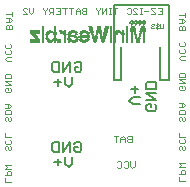
<source format=gbo>
G75*
%MOIN*%
%OFA0B0*%
%FSLAX24Y24*%
%IPPOS*%
%LPD*%
%AMOC8*
5,1,8,0,0,1.08239X$1,22.5*
%
%ADD10C,0.0020*%
%ADD11C,0.0040*%
%ADD12C,0.0060*%
%ADD13R,0.0042X0.0007*%
%ADD14R,0.0035X0.0007*%
%ADD15R,0.0028X0.0007*%
%ADD16R,0.0099X0.0007*%
%ADD17R,0.0106X0.0007*%
%ADD18R,0.0092X0.0007*%
%ADD19R,0.0120X0.0007*%
%ADD20R,0.0113X0.0007*%
%ADD21R,0.0085X0.0007*%
%ADD22R,0.0333X0.0007*%
%ADD23R,0.0099X0.0007*%
%ADD24R,0.0106X0.0007*%
%ADD25R,0.0092X0.0007*%
%ADD26R,0.0163X0.0007*%
%ADD27R,0.0149X0.0007*%
%ADD28R,0.0092X0.0007*%
%ADD29R,0.0127X0.0007*%
%ADD30R,0.0333X0.0007*%
%ADD31R,0.0099X0.0007*%
%ADD32R,0.0106X0.0007*%
%ADD33R,0.0092X0.0007*%
%ADD34R,0.0113X0.0007*%
%ADD35R,0.0191X0.0007*%
%ADD36R,0.0177X0.0007*%
%ADD37R,0.0092X0.0007*%
%ADD38R,0.0149X0.0007*%
%ADD39R,0.0333X0.0007*%
%ADD40R,0.0120X0.0007*%
%ADD41R,0.0212X0.0007*%
%ADD42R,0.0191X0.0007*%
%ADD43R,0.0092X0.0007*%
%ADD44R,0.0177X0.0007*%
%ADD45R,0.0120X0.0007*%
%ADD46R,0.0234X0.0007*%
%ADD47R,0.0205X0.0007*%
%ADD48R,0.0099X0.0007*%
%ADD49R,0.0120X0.0007*%
%ADD50R,0.0092X0.0007*%
%ADD51R,0.0113X0.0007*%
%ADD52R,0.0120X0.0007*%
%ADD53R,0.0255X0.0007*%
%ADD54R,0.0220X0.0007*%
%ADD55R,0.0092X0.0007*%
%ADD56R,0.0106X0.0007*%
%ADD57R,0.0198X0.0007*%
%ADD58R,0.0333X0.0007*%
%ADD59R,0.0135X0.0007*%
%ADD60R,0.0127X0.0007*%
%ADD61R,0.0269X0.0007*%
%ADD62R,0.0326X0.0007*%
%ADD63R,0.0212X0.0007*%
%ADD64R,0.0135X0.0007*%
%ADD65R,0.0127X0.0007*%
%ADD66R,0.0127X0.0007*%
%ADD67R,0.0283X0.0007*%
%ADD68R,0.0333X0.0007*%
%ADD69R,0.0227X0.0007*%
%ADD70R,0.0135X0.0007*%
%ADD71R,0.0127X0.0007*%
%ADD72R,0.0290X0.0007*%
%ADD73R,0.0333X0.0007*%
%ADD74R,0.0135X0.0007*%
%ADD75R,0.0297X0.0007*%
%ADD76R,0.0340X0.0007*%
%ADD77R,0.0149X0.0007*%
%ADD78R,0.0135X0.0007*%
%ADD79R,0.0142X0.0007*%
%ADD80R,0.0312X0.0007*%
%ADD81R,0.0156X0.0007*%
%ADD82R,0.0340X0.0007*%
%ADD83R,0.0142X0.0007*%
%ADD84R,0.0120X0.0007*%
%ADD85R,0.0142X0.0007*%
%ADD86R,0.0326X0.0007*%
%ADD87R,0.0149X0.0007*%
%ADD88R,0.0142X0.0007*%
%ADD89R,0.0106X0.0007*%
%ADD90R,0.0127X0.0007*%
%ADD91R,0.0135X0.0007*%
%ADD92R,0.0113X0.0007*%
%ADD93R,0.0163X0.0007*%
%ADD94R,0.0163X0.0007*%
%ADD95R,0.0156X0.0007*%
%ADD96R,0.0113X0.0007*%
%ADD97R,0.0120X0.0007*%
%ADD98R,0.0163X0.0007*%
%ADD99R,0.0163X0.0007*%
%ADD100R,0.0085X0.0007*%
%ADD101R,0.0170X0.0007*%
%ADD102R,0.0177X0.0007*%
%ADD103R,0.0085X0.0007*%
%ADD104R,0.0078X0.0007*%
%ADD105R,0.0177X0.0007*%
%ADD106R,0.0106X0.0007*%
%ADD107R,0.0113X0.0007*%
%ADD108R,0.0085X0.0007*%
%ADD109R,0.0177X0.0007*%
%ADD110R,0.0085X0.0007*%
%ADD111R,0.0177X0.0007*%
%ADD112R,0.0177X0.0007*%
%ADD113R,0.0099X0.0007*%
%ADD114R,0.0184X0.0007*%
%ADD115R,0.0099X0.0007*%
%ADD116R,0.0368X0.0007*%
%ADD117R,0.0191X0.0007*%
%ADD118R,0.0368X0.0007*%
%ADD119R,0.0163X0.0007*%
%ADD120R,0.0184X0.0007*%
%ADD121R,0.0368X0.0007*%
%ADD122R,0.0290X0.0007*%
%ADD123R,0.0113X0.0007*%
%ADD124R,0.0085X0.0007*%
%ADD125R,0.0368X0.0007*%
%ADD126R,0.0276X0.0007*%
%ADD127R,0.0361X0.0007*%
%ADD128R,0.0255X0.0007*%
%ADD129R,0.0085X0.0007*%
%ADD130R,0.0361X0.0007*%
%ADD131R,0.0220X0.0007*%
%ADD132R,0.0361X0.0007*%
%ADD133R,0.0099X0.0007*%
%ADD134R,0.0106X0.0007*%
%ADD135R,0.0106X0.0007*%
%ADD136R,0.0120X0.0007*%
%ADD137R,0.0219X0.0007*%
%ADD138R,0.0142X0.0007*%
%ADD139R,0.0219X0.0007*%
%ADD140R,0.0312X0.0007*%
%ADD141R,0.0219X0.0007*%
%ADD142R,0.0347X0.0007*%
%ADD143R,0.0312X0.0007*%
%ADD144R,0.0304X0.0007*%
%ADD145R,0.0340X0.0007*%
%ADD146R,0.0312X0.0007*%
%ADD147R,0.0234X0.0007*%
%ADD148R,0.0297X0.0007*%
%ADD149R,0.0219X0.0007*%
%ADD150R,0.0312X0.0007*%
%ADD151R,0.0227X0.0007*%
%ADD152R,0.0283X0.0007*%
%ADD153R,0.0290X0.0007*%
%ADD154R,0.0269X0.0007*%
%ADD155R,0.0205X0.0007*%
%ADD156R,0.0184X0.0007*%
%ADD157R,0.0255X0.0007*%
%ADD158R,0.0198X0.0007*%
%ADD159R,0.0191X0.0007*%
%ADD160R,0.0184X0.0007*%
%ADD161R,0.0241X0.0007*%
%ADD162R,0.0255X0.0007*%
%ADD163R,0.0191X0.0007*%
%ADD164R,0.0198X0.0007*%
%ADD165R,0.0184X0.0007*%
%ADD166R,0.0234X0.0007*%
%ADD167R,0.0212X0.0007*%
%ADD168R,0.0184X0.0007*%
%ADD169R,0.0170X0.0007*%
%ADD170R,0.0170X0.0007*%
%ADD171R,0.0156X0.0007*%
%ADD172R,0.0035X0.0007*%
%ADD173R,0.0170X0.0007*%
%ADD174R,0.0042X0.0007*%
%ADD175R,0.0064X0.0007*%
%ADD176R,0.0028X0.0007*%
%ADD177R,0.0035X0.0007*%
%ADD178R,0.0156X0.0007*%
%ADD179R,0.0177X0.0007*%
%ADD180R,0.0170X0.0007*%
%ADD181R,0.0028X0.0007*%
%ADD182R,0.0028X0.0007*%
%ADD183R,0.0057X0.0007*%
%ADD184R,0.0057X0.0007*%
%ADD185R,0.0042X0.0007*%
%ADD186R,0.0043X0.0007*%
%ADD187R,0.0050X0.0007*%
%ADD188R,0.0050X0.0007*%
%ADD189R,0.0043X0.0007*%
%ADD190R,0.0043X0.0007*%
%ADD191R,0.0035X0.0007*%
%ADD192R,0.0035X0.0007*%
%ADD193R,0.0078X0.0007*%
%ADD194R,0.0064X0.0007*%
%ADD195C,0.0080*%
%ADD196C,0.0010*%
D10*
X005967Y001979D02*
X005967Y002199D01*
X005894Y002199D02*
X006041Y002199D01*
X006115Y002126D02*
X006115Y001979D01*
X006115Y002089D02*
X006262Y002089D01*
X006262Y002126D02*
X006262Y001979D01*
X006336Y002016D02*
X006336Y002052D01*
X006372Y002089D01*
X006483Y002089D01*
X006483Y001979D02*
X006483Y002199D01*
X006372Y002199D01*
X006336Y002162D01*
X006336Y002126D01*
X006372Y002089D01*
X006336Y002016D02*
X006372Y001979D01*
X006483Y001979D01*
X006262Y002126D02*
X006188Y002199D01*
X006115Y002126D01*
X006106Y001353D02*
X006033Y001353D01*
X005996Y001316D01*
X006106Y001353D02*
X006143Y001316D01*
X006143Y001169D01*
X006106Y001132D01*
X006033Y001132D01*
X005996Y001169D01*
X006217Y001169D02*
X006254Y001132D01*
X006327Y001132D01*
X006364Y001169D01*
X006364Y001316D01*
X006327Y001353D01*
X006254Y001353D01*
X006217Y001316D01*
X006438Y001353D02*
X006438Y001206D01*
X006511Y001132D01*
X006585Y001206D01*
X006585Y001353D01*
D11*
X002278Y000795D02*
X002278Y000661D01*
X002479Y000661D01*
X002479Y000882D02*
X002278Y000882D01*
X002345Y000882D02*
X002345Y000982D01*
X002378Y001016D01*
X002445Y001016D01*
X002479Y000982D01*
X002479Y000882D01*
X002479Y001103D02*
X002278Y001103D01*
X002345Y001170D01*
X002278Y001237D01*
X002479Y001237D01*
X002437Y001713D02*
X002404Y001713D01*
X002371Y001746D01*
X002371Y001813D01*
X002337Y001846D01*
X002304Y001846D01*
X002270Y001813D01*
X002270Y001746D01*
X002304Y001713D01*
X002437Y001713D02*
X002471Y001746D01*
X002471Y001813D01*
X002437Y001846D01*
X002437Y001934D02*
X002304Y001934D01*
X002270Y001967D01*
X002270Y002034D01*
X002304Y002067D01*
X002270Y002155D02*
X002270Y002288D01*
X002270Y002155D02*
X002471Y002155D01*
X002437Y002067D02*
X002471Y002034D01*
X002471Y001967D01*
X002437Y001934D01*
X002441Y002693D02*
X002408Y002693D01*
X002374Y002726D01*
X002374Y002793D01*
X002341Y002826D01*
X002308Y002826D01*
X002274Y002793D01*
X002274Y002726D01*
X002308Y002693D01*
X002441Y002693D02*
X002475Y002726D01*
X002475Y002793D01*
X002441Y002826D01*
X002475Y002914D02*
X002274Y002914D01*
X002274Y003014D01*
X002308Y003047D01*
X002441Y003047D01*
X002475Y003014D01*
X002475Y002914D01*
X002408Y003135D02*
X002274Y003135D01*
X002374Y003135D02*
X002374Y003268D01*
X002408Y003268D02*
X002274Y003268D01*
X002408Y003268D02*
X002475Y003202D01*
X002408Y003135D01*
X002445Y003669D02*
X002312Y003669D01*
X002278Y003703D01*
X002278Y003769D01*
X002312Y003803D01*
X002378Y003803D01*
X002378Y003736D01*
X002445Y003803D02*
X002479Y003769D01*
X002479Y003703D01*
X002445Y003669D01*
X002479Y003890D02*
X002278Y003890D01*
X002278Y004024D02*
X002479Y003890D01*
X002479Y004024D02*
X002278Y004024D01*
X002278Y004111D02*
X002278Y004211D01*
X002312Y004245D01*
X002445Y004245D01*
X002479Y004211D01*
X002479Y004111D01*
X002278Y004111D01*
X002345Y004689D02*
X002278Y004756D01*
X002345Y004822D01*
X002479Y004822D01*
X002479Y004689D02*
X002345Y004689D01*
X002312Y004910D02*
X002278Y004943D01*
X002278Y005010D01*
X002312Y005043D01*
X002312Y005131D02*
X002278Y005164D01*
X002278Y005231D01*
X002312Y005264D01*
X002445Y005264D02*
X002479Y005231D01*
X002479Y005164D01*
X002445Y005131D01*
X002312Y005131D01*
X002445Y005043D02*
X002479Y005010D01*
X002479Y004943D01*
X002445Y004910D01*
X002312Y004910D01*
X002298Y005758D02*
X002298Y005858D01*
X002331Y005891D01*
X002365Y005891D01*
X002398Y005858D01*
X002398Y005758D01*
X002398Y005858D02*
X002431Y005891D01*
X002465Y005891D01*
X002498Y005858D01*
X002498Y005758D01*
X002298Y005758D01*
X002298Y005979D02*
X002431Y005979D01*
X002498Y006046D01*
X002431Y006112D01*
X002298Y006112D01*
X002398Y006112D02*
X002398Y005979D01*
X002498Y006200D02*
X002498Y006333D01*
X002498Y006267D02*
X002298Y006267D01*
X002856Y006243D02*
X002990Y006243D01*
X002856Y006376D01*
X002856Y006410D01*
X002890Y006443D01*
X002956Y006443D01*
X002990Y006410D01*
X003077Y006443D02*
X003077Y006310D01*
X003144Y006243D01*
X003211Y006310D01*
X003211Y006443D01*
X003519Y006443D02*
X003519Y006410D01*
X003586Y006343D01*
X003586Y006243D01*
X003586Y006343D02*
X003653Y006410D01*
X003653Y006443D01*
X003740Y006410D02*
X003740Y006343D01*
X003774Y006310D01*
X003874Y006310D01*
X003807Y006310D02*
X003740Y006243D01*
X003874Y006243D02*
X003874Y006443D01*
X003774Y006443D01*
X003740Y006410D01*
X003961Y006443D02*
X004095Y006443D01*
X004095Y006243D01*
X003961Y006243D01*
X004028Y006343D02*
X004095Y006343D01*
X004249Y006243D02*
X004249Y006443D01*
X004316Y006443D02*
X004182Y006443D01*
X004403Y006443D02*
X004537Y006443D01*
X004470Y006443D02*
X004470Y006243D01*
X004624Y006243D02*
X004624Y006376D01*
X004691Y006443D01*
X004758Y006376D01*
X004758Y006243D01*
X004845Y006276D02*
X004879Y006243D01*
X004979Y006243D01*
X004979Y006443D01*
X004879Y006443D01*
X004845Y006410D01*
X004845Y006376D01*
X004879Y006343D01*
X004979Y006343D01*
X004879Y006343D02*
X004845Y006310D01*
X004845Y006276D01*
X004758Y006343D02*
X004624Y006343D01*
X005287Y006410D02*
X005287Y006443D01*
X005287Y006410D02*
X005354Y006343D01*
X005354Y006243D01*
X005354Y006343D02*
X005421Y006410D01*
X005421Y006443D01*
X005508Y006443D02*
X005508Y006243D01*
X005642Y006443D01*
X005642Y006243D01*
X005722Y006243D02*
X005789Y006243D01*
X005756Y006243D02*
X005756Y006443D01*
X005789Y006443D02*
X005722Y006443D01*
X005877Y006443D02*
X006010Y006443D01*
X005943Y006443D02*
X005943Y006243D01*
X006319Y006276D02*
X006352Y006243D01*
X006419Y006243D01*
X006452Y006276D01*
X006452Y006410D01*
X006419Y006443D01*
X006352Y006443D01*
X006319Y006410D01*
X006540Y006410D02*
X006573Y006443D01*
X006640Y006443D01*
X006673Y006410D01*
X006754Y006443D02*
X006820Y006443D01*
X006787Y006443D02*
X006787Y006243D01*
X006820Y006243D02*
X006754Y006243D01*
X006673Y006243D02*
X006540Y006376D01*
X006540Y006410D01*
X006540Y006243D02*
X006673Y006243D01*
X006908Y006343D02*
X007041Y006343D01*
X007129Y006410D02*
X007262Y006276D01*
X007262Y006243D01*
X007129Y006243D01*
X007129Y006410D02*
X007129Y006443D01*
X007262Y006443D01*
X007350Y006443D02*
X007483Y006443D01*
X007483Y006243D01*
X007350Y006243D01*
X007417Y006343D02*
X007483Y006343D01*
X008058Y006241D02*
X008258Y006241D01*
X008258Y006174D02*
X008258Y006308D01*
X008191Y006087D02*
X008058Y006087D01*
X008158Y006087D02*
X008158Y005953D01*
X008191Y005953D02*
X008258Y006020D01*
X008191Y006087D01*
X008191Y005953D02*
X008058Y005953D01*
X008091Y005866D02*
X008058Y005832D01*
X008058Y005732D01*
X008258Y005732D01*
X008258Y005832D01*
X008225Y005866D01*
X008191Y005866D01*
X008158Y005832D01*
X008158Y005732D01*
X008158Y005832D02*
X008125Y005866D01*
X008091Y005866D01*
X008091Y005312D02*
X008058Y005278D01*
X008058Y005211D01*
X008091Y005178D01*
X008225Y005178D01*
X008258Y005211D01*
X008258Y005278D01*
X008225Y005312D01*
X008225Y005091D02*
X008258Y005057D01*
X008258Y004991D01*
X008225Y004957D01*
X008091Y004957D01*
X008058Y004991D01*
X008058Y005057D01*
X008091Y005091D01*
X008125Y004870D02*
X008258Y004870D01*
X008125Y004870D02*
X008058Y004803D01*
X008125Y004736D01*
X008258Y004736D01*
X008233Y004308D02*
X008099Y004308D01*
X008066Y004274D01*
X008066Y004174D01*
X008266Y004174D01*
X008266Y004274D01*
X008233Y004308D01*
X008266Y004087D02*
X008066Y004087D01*
X008266Y003953D01*
X008066Y003953D01*
X008099Y003866D02*
X008166Y003866D01*
X008166Y003799D01*
X008233Y003866D02*
X008266Y003832D01*
X008266Y003766D01*
X008233Y003732D01*
X008099Y003732D01*
X008066Y003766D01*
X008066Y003832D01*
X008099Y003866D01*
X008054Y003276D02*
X008187Y003276D01*
X008254Y003209D01*
X008187Y003143D01*
X008054Y003143D01*
X008087Y003055D02*
X008221Y003055D01*
X008254Y003022D01*
X008254Y002922D01*
X008054Y002922D01*
X008054Y003022D01*
X008087Y003055D01*
X008154Y003143D02*
X008154Y003276D01*
X008121Y002834D02*
X008087Y002834D01*
X008054Y002801D01*
X008054Y002734D01*
X008087Y002701D01*
X008154Y002734D02*
X008154Y002801D01*
X008121Y002834D01*
X008221Y002834D02*
X008254Y002801D01*
X008254Y002734D01*
X008221Y002701D01*
X008187Y002701D01*
X008154Y002734D01*
X008058Y002308D02*
X008058Y002174D01*
X008258Y002174D01*
X008225Y002087D02*
X008258Y002053D01*
X008258Y001987D01*
X008225Y001953D01*
X008091Y001953D01*
X008058Y001987D01*
X008058Y002053D01*
X008091Y002087D01*
X008091Y001866D02*
X008058Y001832D01*
X008058Y001766D01*
X008091Y001732D01*
X008158Y001766D02*
X008158Y001832D01*
X008125Y001866D01*
X008091Y001866D01*
X008158Y001766D02*
X008191Y001732D01*
X008225Y001732D01*
X008258Y001766D01*
X008258Y001832D01*
X008225Y001866D01*
X008258Y001280D02*
X008058Y001280D01*
X008125Y001213D01*
X008058Y001147D01*
X008258Y001147D01*
X008225Y001059D02*
X008158Y001059D01*
X008125Y001026D01*
X008125Y000926D01*
X008058Y000926D02*
X008258Y000926D01*
X008258Y001026D01*
X008225Y001059D01*
X008058Y000838D02*
X008058Y000705D01*
X008258Y000705D01*
D12*
X007252Y003037D02*
X007025Y003037D01*
X006968Y003094D01*
X006968Y003207D01*
X007025Y003264D01*
X007138Y003264D01*
X007138Y003150D01*
X007252Y003037D02*
X007308Y003094D01*
X007308Y003207D01*
X007252Y003264D01*
X007308Y003405D02*
X006968Y003632D01*
X007308Y003632D01*
X007308Y003774D02*
X007308Y003944D01*
X007252Y004000D01*
X007025Y004000D01*
X006968Y003944D01*
X006968Y003774D01*
X007308Y003774D01*
X007308Y003405D02*
X006968Y003405D01*
X006753Y003487D02*
X006527Y003487D01*
X006413Y003374D01*
X006527Y003261D01*
X006753Y003261D01*
X006583Y003629D02*
X006583Y003856D01*
X006470Y003742D02*
X006697Y003742D01*
X004810Y004387D02*
X004754Y004330D01*
X004640Y004330D01*
X004583Y004387D01*
X004583Y004501D01*
X004697Y004501D01*
X004810Y004614D02*
X004810Y004387D01*
X004810Y004614D02*
X004754Y004671D01*
X004640Y004671D01*
X004583Y004614D01*
X004442Y004671D02*
X004215Y004330D01*
X004215Y004671D01*
X004074Y004671D02*
X003903Y004671D01*
X003847Y004614D01*
X003847Y004387D01*
X003903Y004330D01*
X004074Y004330D01*
X004074Y004671D01*
X004442Y004671D02*
X004442Y004330D01*
X004500Y004159D02*
X004500Y003932D01*
X004387Y003819D01*
X004273Y003932D01*
X004273Y004159D01*
X004018Y004102D02*
X004018Y003875D01*
X003905Y003989D02*
X004132Y003989D01*
X004070Y001994D02*
X003900Y001994D01*
X003843Y001937D01*
X003843Y001710D01*
X003900Y001653D01*
X004070Y001653D01*
X004070Y001994D01*
X004211Y001994D02*
X004211Y001653D01*
X004438Y001994D01*
X004438Y001653D01*
X004579Y001710D02*
X004579Y001823D01*
X004693Y001823D01*
X004806Y001710D02*
X004806Y001937D01*
X004750Y001994D01*
X004636Y001994D01*
X004579Y001937D01*
X004579Y001710D02*
X004636Y001653D01*
X004750Y001653D01*
X004806Y001710D01*
X004500Y001494D02*
X004500Y001267D01*
X004387Y001153D01*
X004273Y001267D01*
X004273Y001494D01*
X004132Y001323D02*
X003905Y001323D01*
X004018Y001210D02*
X004018Y001437D01*
D13*
X004907Y005292D03*
X006444Y005943D03*
X006458Y005986D03*
X006529Y005943D03*
X006529Y005936D03*
X006578Y005943D03*
X006592Y005986D03*
X006663Y005943D03*
X006663Y005936D03*
X006713Y005943D03*
X006727Y005986D03*
X006862Y005986D03*
X006932Y005943D03*
X006932Y005936D03*
X006890Y005886D03*
X006755Y005886D03*
X006621Y005886D03*
X006486Y005886D03*
D14*
X006893Y006035D03*
X004578Y005292D03*
D15*
X004107Y005695D03*
X003781Y005292D03*
D16*
X003781Y005299D03*
X003668Y005447D03*
X003668Y005462D03*
X003668Y005497D03*
X003668Y005511D03*
X003675Y005561D03*
X003526Y005561D03*
X003526Y005547D03*
X003526Y005511D03*
X003526Y005497D03*
X003526Y005462D03*
X003526Y005447D03*
X003526Y005412D03*
X003526Y005398D03*
X003526Y005370D03*
X003526Y005348D03*
X003526Y005320D03*
X003526Y005299D03*
X003937Y005547D03*
X004263Y005511D03*
X004263Y005497D03*
X004263Y005462D03*
X004263Y005447D03*
X004263Y005412D03*
X004263Y005398D03*
X004263Y005370D03*
X004263Y005348D03*
X004263Y005320D03*
X004263Y005299D03*
X004411Y005447D03*
X004411Y005462D03*
X004411Y005561D03*
X004411Y005589D03*
X004638Y005589D03*
X004787Y005547D03*
X004801Y005589D03*
X004645Y005447D03*
X004787Y005412D03*
X004794Y005398D03*
X005035Y005412D03*
X005190Y005511D03*
X005197Y005497D03*
X005183Y005547D03*
X005176Y005561D03*
X005169Y005589D03*
X005042Y005561D03*
X005042Y005547D03*
X005318Y005547D03*
X005332Y005610D03*
X005580Y005497D03*
X005523Y005299D03*
X005254Y005299D03*
X005948Y005299D03*
X005948Y005320D03*
X005948Y005348D03*
X005948Y005370D03*
X005948Y005398D03*
X005948Y005412D03*
X005948Y005447D03*
X005948Y005462D03*
X005948Y005497D03*
X005948Y005511D03*
X005948Y005547D03*
X005948Y005561D03*
X006196Y005561D03*
X006196Y005547D03*
X006345Y005547D03*
X006345Y005561D03*
X006345Y005589D03*
X006345Y005610D03*
X006345Y005639D03*
X006345Y005660D03*
X006345Y005738D03*
X006345Y005766D03*
X006345Y005787D03*
X006345Y005816D03*
X006493Y005639D03*
X006493Y005610D03*
X006493Y005589D03*
X006493Y005561D03*
X006493Y005547D03*
X006493Y005511D03*
X006493Y005497D03*
X006493Y005462D03*
X006493Y005447D03*
X006493Y005412D03*
X006493Y005398D03*
X006493Y005370D03*
X006493Y005348D03*
X006493Y005320D03*
X006493Y005299D03*
X006345Y005299D03*
X006345Y005320D03*
X006345Y005348D03*
X006345Y005370D03*
X006345Y005398D03*
X006345Y005412D03*
X006345Y005447D03*
X006345Y005462D03*
X006345Y005497D03*
X006345Y005511D03*
X006897Y005511D03*
X006897Y005497D03*
X006897Y005462D03*
X006897Y005447D03*
X006897Y005412D03*
X006897Y005398D03*
X006897Y005370D03*
X006897Y005348D03*
X006897Y005320D03*
X006897Y005299D03*
X006897Y005547D03*
X006897Y005561D03*
X006897Y005589D03*
X006897Y005610D03*
X006897Y005639D03*
X003526Y005639D03*
X003526Y005660D03*
X003526Y005610D03*
X003526Y005589D03*
X003526Y005738D03*
X003526Y005766D03*
X003526Y005787D03*
X003526Y005816D03*
D17*
X003934Y005561D03*
X003934Y005412D03*
X004082Y005398D03*
X004082Y005370D03*
X004082Y005348D03*
X004082Y005320D03*
X004082Y005299D03*
X004415Y005412D03*
X004415Y005547D03*
X004146Y005660D03*
X003679Y005412D03*
X005031Y005398D03*
X005031Y005589D03*
X005166Y005610D03*
X005159Y005639D03*
X005151Y005660D03*
X005130Y005738D03*
X005123Y005766D03*
X005116Y005787D03*
X005109Y005816D03*
X005633Y005688D03*
X005626Y005660D03*
X005619Y005639D03*
X005612Y005610D03*
X005605Y005589D03*
X005598Y005561D03*
X005583Y005511D03*
X005959Y005589D03*
X006695Y005299D03*
D18*
X006745Y005447D03*
X006759Y005497D03*
X006759Y005511D03*
X006631Y005497D03*
X006603Y005610D03*
X006596Y005639D03*
X006780Y005589D03*
X006787Y005610D03*
X006794Y005639D03*
X006759Y005915D03*
X006893Y005915D03*
X006490Y005915D03*
X006199Y005660D03*
X006199Y005639D03*
X006199Y005511D03*
X006199Y005497D03*
X006199Y005462D03*
X006199Y005447D03*
X006199Y005412D03*
X006199Y005398D03*
X006199Y005370D03*
X006199Y005348D03*
X006199Y005320D03*
X006199Y005299D03*
X005803Y005299D03*
X005803Y005320D03*
X005803Y005348D03*
X005803Y005370D03*
X005803Y005398D03*
X005803Y005412D03*
X005803Y005447D03*
X005803Y005462D03*
X005803Y005497D03*
X005803Y005511D03*
X005803Y005547D03*
X005803Y005561D03*
X005803Y005589D03*
X005803Y005610D03*
X005803Y005639D03*
X005803Y005660D03*
X005803Y005738D03*
X005803Y005766D03*
X005803Y005787D03*
X005803Y005816D03*
X005449Y005589D03*
X005456Y005561D03*
X005470Y005497D03*
X005321Y005561D03*
X005329Y005589D03*
X005307Y005511D03*
X005307Y005497D03*
X005045Y005447D03*
X004790Y005561D03*
X004649Y005561D03*
X004266Y005639D03*
X004266Y005660D03*
X003941Y005660D03*
X003941Y005639D03*
X003941Y005688D03*
X003941Y005738D03*
X003941Y005766D03*
X003941Y005787D03*
X003941Y005816D03*
X003941Y005511D03*
X003941Y005497D03*
X003941Y005462D03*
X003941Y005447D03*
X003941Y005348D03*
X003941Y005320D03*
X003941Y005299D03*
D19*
X003926Y005398D03*
X003926Y005589D03*
X004153Y005639D03*
X004911Y005688D03*
X005010Y005610D03*
X004911Y005299D03*
X003225Y005547D03*
D20*
X003257Y005511D03*
X003314Y005447D03*
X003356Y005398D03*
X003689Y005398D03*
X003689Y005589D03*
X004419Y005398D03*
X004581Y005299D03*
X004645Y005370D03*
X004631Y005462D03*
X004624Y005610D03*
X005254Y005320D03*
X005523Y005320D03*
X005651Y005766D03*
X005658Y005787D03*
X005665Y005816D03*
X006189Y005589D03*
D21*
X006621Y005547D03*
X006628Y005511D03*
X006769Y005547D03*
X004404Y005299D03*
D22*
X003275Y005299D03*
X003275Y005320D03*
X003275Y005348D03*
X003275Y005370D03*
D23*
X003526Y005355D03*
X003526Y005306D03*
X003526Y005405D03*
X003526Y005455D03*
X003526Y005504D03*
X003526Y005554D03*
X003526Y005603D03*
X003526Y005653D03*
X003675Y005554D03*
X003668Y005504D03*
X003668Y005455D03*
X003937Y005554D03*
X004263Y005504D03*
X004263Y005455D03*
X004263Y005405D03*
X004263Y005355D03*
X004263Y005306D03*
X004411Y005455D03*
X004411Y005554D03*
X004631Y005603D03*
X004787Y005554D03*
X004794Y005405D03*
X005035Y005405D03*
X005042Y005554D03*
X005169Y005603D03*
X005183Y005554D03*
X005155Y005653D03*
X005254Y005306D03*
X005523Y005306D03*
X005580Y005504D03*
X005594Y005554D03*
X005608Y005603D03*
X005948Y005554D03*
X005948Y005504D03*
X005948Y005455D03*
X005948Y005405D03*
X005948Y005355D03*
X005948Y005306D03*
X006196Y005554D03*
X006345Y005554D03*
X006345Y005603D03*
X006345Y005653D03*
X006493Y005603D03*
X006493Y005554D03*
X006493Y005504D03*
X006493Y005455D03*
X006493Y005405D03*
X006493Y005355D03*
X006493Y005306D03*
X006345Y005306D03*
X006345Y005355D03*
X006345Y005405D03*
X006345Y005455D03*
X006345Y005504D03*
X006345Y005773D03*
X006345Y005823D03*
X006897Y005603D03*
X006897Y005554D03*
X006897Y005504D03*
X006897Y005455D03*
X006897Y005405D03*
X006897Y005355D03*
X006897Y005306D03*
X003526Y005773D03*
X003526Y005823D03*
D24*
X003686Y005405D03*
X004082Y005355D03*
X004082Y005306D03*
X004415Y005405D03*
X004642Y005455D03*
X004812Y005603D03*
X005123Y005773D03*
X005619Y005653D03*
X005654Y005773D03*
X006695Y005306D03*
X004422Y005603D03*
D25*
X004266Y005653D03*
X003941Y005653D03*
X003941Y005773D03*
X003941Y005823D03*
X003941Y005504D03*
X003941Y005455D03*
X003941Y005306D03*
X005307Y005504D03*
X005321Y005554D03*
X005329Y005603D03*
X005456Y005554D03*
X005803Y005554D03*
X005803Y005603D03*
X005803Y005653D03*
X005803Y005773D03*
X005803Y005823D03*
X006199Y005653D03*
X006199Y005504D03*
X006199Y005455D03*
X006199Y005405D03*
X006199Y005355D03*
X006199Y005306D03*
X005803Y005306D03*
X005803Y005355D03*
X005803Y005405D03*
X005803Y005455D03*
X005803Y005504D03*
X006603Y005603D03*
X006617Y005554D03*
X006759Y005504D03*
X006745Y005455D03*
X006787Y005603D03*
D26*
X006525Y005773D03*
X004911Y005306D03*
D27*
X004578Y005306D03*
D28*
X004656Y005405D03*
X004408Y005306D03*
X005194Y005504D03*
X006773Y005554D03*
D29*
X005389Y005773D03*
X005254Y005355D03*
X003781Y005306D03*
D30*
X003820Y005355D03*
X003275Y005355D03*
X003275Y005306D03*
D31*
X003526Y005313D03*
X003526Y005327D03*
X003526Y005341D03*
X003526Y005362D03*
X003526Y005377D03*
X003526Y005391D03*
X003526Y005419D03*
X003526Y005426D03*
X003526Y005440D03*
X003526Y005469D03*
X003526Y005483D03*
X003526Y005490D03*
X003526Y005518D03*
X003526Y005532D03*
X003526Y005540D03*
X003526Y005568D03*
X003526Y005582D03*
X003526Y005596D03*
X003526Y005617D03*
X003526Y005632D03*
X003526Y005646D03*
X003526Y005667D03*
X003526Y005681D03*
X003526Y005731D03*
X003526Y005745D03*
X003526Y005759D03*
X003526Y005780D03*
X003526Y005794D03*
X003526Y005809D03*
X003668Y005540D03*
X003668Y005532D03*
X003668Y005518D03*
X003668Y005490D03*
X003668Y005483D03*
X003668Y005469D03*
X003675Y005426D03*
X003937Y005426D03*
X003937Y005440D03*
X003937Y005540D03*
X004142Y005667D03*
X004263Y005540D03*
X004263Y005532D03*
X004263Y005518D03*
X004263Y005490D03*
X004263Y005483D03*
X004263Y005469D03*
X004263Y005440D03*
X004263Y005426D03*
X004263Y005419D03*
X004263Y005391D03*
X004263Y005377D03*
X004263Y005362D03*
X004263Y005341D03*
X004263Y005327D03*
X004263Y005313D03*
X004411Y005419D03*
X004411Y005426D03*
X004411Y005440D03*
X004411Y005469D03*
X004411Y005568D03*
X004411Y005582D03*
X004419Y005596D03*
X004638Y005596D03*
X004787Y005540D03*
X004652Y005426D03*
X004652Y005391D03*
X005042Y005419D03*
X005042Y005426D03*
X005042Y005568D03*
X005162Y005617D03*
X005162Y005632D03*
X005155Y005646D03*
X005148Y005681D03*
X005141Y005709D03*
X005134Y005731D03*
X005127Y005759D03*
X005120Y005780D03*
X005113Y005809D03*
X005169Y005596D03*
X005176Y005582D03*
X005176Y005568D03*
X005183Y005540D03*
X005190Y005518D03*
X005197Y005490D03*
X005304Y005490D03*
X005311Y005518D03*
X005573Y005483D03*
X005587Y005532D03*
X005601Y005582D03*
X005615Y005632D03*
X005948Y005540D03*
X005948Y005532D03*
X005948Y005518D03*
X005948Y005490D03*
X005948Y005483D03*
X005948Y005469D03*
X005948Y005440D03*
X005948Y005426D03*
X005948Y005419D03*
X005948Y005391D03*
X005948Y005377D03*
X005948Y005362D03*
X005948Y005341D03*
X005948Y005327D03*
X005948Y005313D03*
X006196Y005540D03*
X006345Y005540D03*
X006345Y005532D03*
X006345Y005518D03*
X006345Y005490D03*
X006345Y005483D03*
X006345Y005469D03*
X006345Y005440D03*
X006345Y005426D03*
X006345Y005419D03*
X006345Y005391D03*
X006345Y005377D03*
X006345Y005362D03*
X006345Y005341D03*
X006345Y005327D03*
X006345Y005313D03*
X006493Y005313D03*
X006493Y005327D03*
X006493Y005341D03*
X006493Y005362D03*
X006493Y005377D03*
X006493Y005391D03*
X006493Y005419D03*
X006493Y005426D03*
X006493Y005440D03*
X006493Y005469D03*
X006493Y005483D03*
X006493Y005490D03*
X006493Y005518D03*
X006493Y005532D03*
X006493Y005540D03*
X006493Y005568D03*
X006493Y005582D03*
X006493Y005596D03*
X006493Y005617D03*
X006493Y005632D03*
X006493Y005646D03*
X006345Y005646D03*
X006345Y005632D03*
X006345Y005617D03*
X006345Y005596D03*
X006345Y005582D03*
X006345Y005568D03*
X006345Y005667D03*
X006345Y005681D03*
X006345Y005731D03*
X006345Y005745D03*
X006345Y005759D03*
X006345Y005780D03*
X006345Y005794D03*
X006345Y005809D03*
X006897Y005646D03*
X006897Y005632D03*
X006897Y005617D03*
X006897Y005596D03*
X006897Y005582D03*
X006897Y005568D03*
X006897Y005540D03*
X006897Y005532D03*
X006897Y005518D03*
X006897Y005490D03*
X006897Y005483D03*
X006897Y005469D03*
X006897Y005440D03*
X006897Y005426D03*
X006897Y005419D03*
X006897Y005391D03*
X006897Y005377D03*
X006897Y005362D03*
X006897Y005341D03*
X006897Y005327D03*
X006897Y005313D03*
D32*
X006695Y005313D03*
X006192Y005568D03*
X005952Y005568D03*
X005952Y005582D03*
X005626Y005667D03*
X005626Y005681D03*
X005633Y005695D03*
X005619Y005646D03*
X005612Y005617D03*
X005605Y005596D03*
X005598Y005568D03*
X005583Y005518D03*
X005576Y005490D03*
X005527Y005313D03*
X005024Y005391D03*
X005031Y005582D03*
X005024Y005596D03*
X005151Y005667D03*
X005137Y005717D03*
X005130Y005745D03*
X005116Y005794D03*
X004797Y005391D03*
X004649Y005377D03*
X004082Y005377D03*
X004082Y005391D03*
X004082Y005362D03*
X004082Y005341D03*
X004082Y005327D03*
X004082Y005313D03*
X003934Y005419D03*
X003934Y005568D03*
X003686Y005582D03*
X003679Y005568D03*
X003679Y005419D03*
X005647Y005745D03*
X005654Y005780D03*
X005661Y005809D03*
D33*
X005803Y005809D03*
X005803Y005794D03*
X005803Y005780D03*
X005803Y005759D03*
X005803Y005745D03*
X005803Y005731D03*
X005803Y005681D03*
X005803Y005667D03*
X005803Y005646D03*
X005803Y005632D03*
X005803Y005617D03*
X005803Y005596D03*
X005803Y005582D03*
X005803Y005568D03*
X005803Y005540D03*
X005803Y005532D03*
X005803Y005518D03*
X005803Y005490D03*
X005803Y005483D03*
X005803Y005469D03*
X005803Y005440D03*
X005803Y005426D03*
X005803Y005419D03*
X005803Y005391D03*
X005803Y005377D03*
X005803Y005362D03*
X005803Y005341D03*
X005803Y005327D03*
X005803Y005313D03*
X006199Y005313D03*
X006199Y005327D03*
X006199Y005341D03*
X006199Y005362D03*
X006199Y005377D03*
X006199Y005391D03*
X006199Y005419D03*
X006199Y005426D03*
X006199Y005440D03*
X006199Y005469D03*
X006199Y005483D03*
X006199Y005490D03*
X006199Y005518D03*
X006199Y005532D03*
X006199Y005632D03*
X006199Y005646D03*
X006199Y005667D03*
X006199Y005681D03*
X006596Y005632D03*
X006610Y005582D03*
X006766Y005540D03*
X006766Y005532D03*
X006752Y005483D03*
X006780Y005582D03*
X006780Y005596D03*
X006787Y005617D03*
X006794Y005632D03*
X006794Y005646D03*
X005463Y005532D03*
X005456Y005568D03*
X005449Y005582D03*
X005449Y005596D03*
X005336Y005617D03*
X005336Y005632D03*
X005329Y005596D03*
X005329Y005582D03*
X005321Y005568D03*
X005314Y005540D03*
X005314Y005532D03*
X005300Y005483D03*
X005201Y005483D03*
X005187Y005532D03*
X005045Y005440D03*
X004783Y005532D03*
X004790Y005568D03*
X004797Y005582D03*
X004642Y005582D03*
X004649Y005440D03*
X004266Y005646D03*
X004266Y005667D03*
X004266Y005681D03*
X003941Y005681D03*
X003941Y005667D03*
X003941Y005646D03*
X003941Y005632D03*
X003941Y005695D03*
X003941Y005709D03*
X003941Y005717D03*
X003941Y005731D03*
X003941Y005745D03*
X003941Y005759D03*
X003941Y005780D03*
X003941Y005794D03*
X003941Y005809D03*
X003941Y005532D03*
X003941Y005518D03*
X003941Y005490D03*
X003941Y005483D03*
X003941Y005469D03*
X003941Y005341D03*
X003941Y005327D03*
X003941Y005313D03*
D34*
X003930Y005582D03*
X004419Y005540D03*
X005254Y005327D03*
X005254Y005313D03*
X005523Y005327D03*
X005962Y005596D03*
X006189Y005582D03*
X005651Y005759D03*
X005658Y005794D03*
X003364Y005391D03*
X003335Y005426D03*
X003208Y005568D03*
D35*
X003778Y005327D03*
X004564Y005490D03*
X004911Y005313D03*
X005251Y005469D03*
X005527Y005469D03*
X006539Y005667D03*
X006851Y005667D03*
X006851Y005681D03*
D36*
X006858Y005731D03*
X006858Y005745D03*
X006695Y005426D03*
X006695Y005419D03*
X005527Y005440D03*
X004578Y005313D03*
D37*
X004656Y005419D03*
X004408Y005483D03*
X004408Y005490D03*
X004408Y005327D03*
X004408Y005313D03*
X003771Y005681D03*
X005442Y005632D03*
X005442Y005617D03*
X006773Y005568D03*
D38*
X006695Y005391D03*
X006695Y005377D03*
X005527Y005391D03*
X005251Y005391D03*
X003912Y005377D03*
X003778Y005313D03*
X003771Y005667D03*
D39*
X003820Y005362D03*
X003275Y005362D03*
X003275Y005341D03*
X003275Y005327D03*
X003275Y005313D03*
X006079Y005617D03*
D40*
X006695Y005320D03*
X004819Y005610D03*
X004429Y005610D03*
X003346Y005412D03*
X003303Y005462D03*
X003211Y005561D03*
X003190Y005589D03*
D41*
X004914Y005320D03*
D42*
X004578Y005320D03*
X005251Y005462D03*
X005385Y005639D03*
X006539Y005660D03*
X006851Y005688D03*
D43*
X006773Y005561D03*
X006624Y005915D03*
X005442Y005610D03*
X004656Y005412D03*
X004656Y005398D03*
X004408Y005320D03*
D44*
X003778Y005320D03*
X003771Y005660D03*
X005251Y005447D03*
X006030Y005660D03*
D45*
X005527Y005341D03*
X004422Y005391D03*
X003693Y005391D03*
X003693Y005596D03*
X003339Y005419D03*
X003296Y005469D03*
X003254Y005518D03*
X003240Y005532D03*
X003197Y005582D03*
X006695Y005327D03*
D46*
X004911Y005327D03*
X003771Y005632D03*
D47*
X004578Y005327D03*
D48*
X004652Y005384D03*
X004652Y005433D03*
X004794Y005575D03*
X005035Y005575D03*
X005162Y005624D03*
X005176Y005575D03*
X005190Y005525D03*
X005148Y005674D03*
X005141Y005702D03*
X005134Y005724D03*
X005127Y005752D03*
X005601Y005575D03*
X005587Y005525D03*
X005948Y005525D03*
X005948Y005476D03*
X005948Y005433D03*
X005948Y005384D03*
X005948Y005334D03*
X006345Y005334D03*
X006345Y005384D03*
X006345Y005433D03*
X006345Y005476D03*
X006345Y005525D03*
X006345Y005575D03*
X006345Y005624D03*
X006345Y005674D03*
X006345Y005752D03*
X006345Y005802D03*
X006493Y005624D03*
X006493Y005575D03*
X006493Y005525D03*
X006493Y005476D03*
X006493Y005433D03*
X006493Y005384D03*
X006493Y005334D03*
X006897Y005334D03*
X006897Y005384D03*
X006897Y005433D03*
X006897Y005476D03*
X006897Y005525D03*
X006897Y005575D03*
X006897Y005624D03*
X005042Y005433D03*
X004411Y005433D03*
X004411Y005575D03*
X004263Y005525D03*
X004263Y005476D03*
X004263Y005433D03*
X004263Y005384D03*
X004263Y005334D03*
X003937Y005433D03*
X003675Y005433D03*
X003668Y005476D03*
X003668Y005525D03*
X003526Y005525D03*
X003526Y005476D03*
X003526Y005433D03*
X003526Y005384D03*
X003526Y005334D03*
X003526Y005575D03*
X003526Y005624D03*
X003526Y005674D03*
X003526Y005752D03*
X003526Y005802D03*
D49*
X003247Y005525D03*
X003289Y005476D03*
X003700Y005384D03*
X006695Y005334D03*
D50*
X006752Y005476D03*
X006766Y005525D03*
X006780Y005575D03*
X006787Y005624D03*
X006610Y005575D03*
X006199Y005624D03*
X006199Y005674D03*
X006199Y005525D03*
X006199Y005476D03*
X006199Y005433D03*
X006199Y005384D03*
X006199Y005334D03*
X005803Y005334D03*
X005803Y005384D03*
X005803Y005433D03*
X005803Y005476D03*
X005803Y005525D03*
X005803Y005575D03*
X005803Y005624D03*
X005803Y005674D03*
X005803Y005752D03*
X005803Y005802D03*
X005463Y005525D03*
X005314Y005525D03*
X005321Y005575D03*
X005336Y005624D03*
X004642Y005575D03*
X004266Y005674D03*
X004139Y005674D03*
X003941Y005674D03*
X003941Y005702D03*
X003941Y005724D03*
X003941Y005752D03*
X003941Y005802D03*
X003941Y005525D03*
X003941Y005476D03*
X003941Y005334D03*
X006490Y005993D03*
X006759Y005993D03*
X006893Y005993D03*
D51*
X005523Y005334D03*
X005020Y005384D03*
X003930Y005575D03*
X003201Y005575D03*
D52*
X004252Y005575D03*
X005251Y005334D03*
D53*
X004914Y005334D03*
D54*
X004578Y005334D03*
D55*
X004408Y005334D03*
X004408Y005476D03*
X005442Y005624D03*
X006624Y005525D03*
X006624Y005993D03*
D56*
X006192Y005575D03*
X005952Y005575D03*
X005626Y005674D03*
X005633Y005702D03*
X005647Y005752D03*
X005661Y005802D03*
X005612Y005624D03*
X005116Y005802D03*
X004082Y005384D03*
X004082Y005334D03*
X003679Y005575D03*
D57*
X003774Y005334D03*
D58*
X003820Y005624D03*
X003275Y005334D03*
D59*
X004429Y005532D03*
X006695Y005362D03*
X006695Y005341D03*
D60*
X006182Y005596D03*
X005389Y005780D03*
X005254Y005341D03*
X004617Y005469D03*
X003923Y005391D03*
X003923Y005596D03*
D61*
X004525Y005646D03*
X004914Y005341D03*
D62*
X004525Y005341D03*
D63*
X003774Y005341D03*
D64*
X006695Y005348D03*
D65*
X005523Y005348D03*
D66*
X005254Y005348D03*
X005389Y005766D03*
X005389Y005787D03*
D67*
X004914Y005348D03*
X004525Y005639D03*
D68*
X004528Y005348D03*
D69*
X004914Y005660D03*
X003774Y005348D03*
D70*
X006695Y005355D03*
D71*
X005523Y005355D03*
X003703Y005603D03*
D72*
X004911Y005355D03*
D73*
X004528Y005355D03*
D74*
X004245Y005582D03*
X003707Y005377D03*
X005251Y005362D03*
X005527Y005362D03*
D75*
X004914Y005362D03*
D76*
X004532Y005362D03*
D77*
X004238Y005589D03*
X005527Y005398D03*
X006518Y005816D03*
X006695Y005370D03*
D78*
X005527Y005370D03*
D79*
X005254Y005370D03*
X005389Y005738D03*
D80*
X004914Y005370D03*
D81*
X005254Y005398D03*
X004440Y005370D03*
X006522Y005787D03*
X006869Y005816D03*
D82*
X006076Y005610D03*
X003817Y005370D03*
D83*
X004525Y005681D03*
X005254Y005377D03*
X005523Y005377D03*
X005389Y005745D03*
X005389Y005759D03*
D84*
X005392Y005794D03*
X005010Y005377D03*
X004812Y005377D03*
X004153Y005646D03*
X003282Y005483D03*
X003275Y005490D03*
X003233Y005540D03*
X003183Y005596D03*
D85*
X004433Y005377D03*
D86*
X003271Y005377D03*
D87*
X005251Y005384D03*
X006695Y005384D03*
D88*
X005523Y005384D03*
X005389Y005752D03*
D89*
X005640Y005724D03*
X004805Y005384D03*
D90*
X004426Y005384D03*
D91*
X003919Y005384D03*
X003771Y005674D03*
X006030Y005674D03*
D92*
X005389Y005802D03*
X003371Y005384D03*
X003328Y005433D03*
D93*
X006695Y005412D03*
X006695Y005398D03*
D94*
X006695Y005405D03*
D95*
X005523Y005405D03*
X005254Y005405D03*
D96*
X005020Y005603D03*
X004150Y005653D03*
X003930Y005405D03*
X003307Y005455D03*
X003264Y005504D03*
D97*
X003353Y005405D03*
X005966Y005603D03*
D98*
X005527Y005412D03*
X005251Y005412D03*
X006525Y005766D03*
X006865Y005787D03*
D99*
X006865Y005780D03*
X006865Y005794D03*
X006525Y005780D03*
X006525Y005759D03*
X006030Y005667D03*
X005527Y005426D03*
X005527Y005419D03*
X005251Y005419D03*
X005251Y005426D03*
D100*
X005452Y005575D03*
X006600Y005624D03*
X006635Y005476D03*
X006649Y005433D03*
X006741Y005433D03*
D101*
X005523Y005433D03*
D102*
X005251Y005433D03*
X004450Y005525D03*
X006532Y005702D03*
X006532Y005724D03*
D103*
X006592Y005646D03*
X006600Y005617D03*
X006607Y005596D03*
X006614Y005568D03*
X006635Y005490D03*
X006635Y005483D03*
X006642Y005469D03*
X006741Y005440D03*
X006748Y005469D03*
X006755Y005490D03*
X006762Y005518D03*
X006755Y005908D03*
X006890Y005908D03*
X006486Y005908D03*
X005459Y005540D03*
X005467Y005518D03*
X005474Y005490D03*
X005474Y005483D03*
X004645Y005568D03*
D104*
X004132Y005681D03*
X006490Y006000D03*
X006490Y006007D03*
X006759Y006007D03*
X006759Y006000D03*
X006893Y006000D03*
X006893Y006007D03*
X006646Y005440D03*
D105*
X006532Y005709D03*
X006532Y005717D03*
X005385Y005667D03*
X005251Y005440D03*
D106*
X005144Y005695D03*
X004805Y005596D03*
X005590Y005540D03*
X005640Y005717D03*
X005640Y005731D03*
X006030Y005681D03*
X003672Y005440D03*
D107*
X003321Y005440D03*
X004256Y005568D03*
X005389Y005809D03*
X005637Y005709D03*
D108*
X005459Y005547D03*
X005467Y005511D03*
X006607Y005589D03*
X006614Y005561D03*
X006642Y005462D03*
X006642Y005447D03*
X006748Y005462D03*
D109*
X006858Y005738D03*
X005527Y005447D03*
D110*
X005467Y005504D03*
X006642Y005455D03*
D111*
X005527Y005455D03*
D112*
X005251Y005455D03*
D113*
X005049Y005455D03*
D114*
X005530Y005462D03*
X006536Y005688D03*
D115*
X005049Y005462D03*
D116*
X004914Y005469D03*
X004914Y005483D03*
X004914Y005490D03*
D117*
X005251Y005476D03*
X005527Y005476D03*
X006851Y005674D03*
D118*
X004914Y005476D03*
D119*
X004599Y005476D03*
X006865Y005802D03*
D120*
X006854Y005717D03*
X006854Y005709D03*
X006854Y005695D03*
X006536Y005695D03*
X006536Y005681D03*
X004581Y005483D03*
D121*
X004914Y005497D03*
D122*
X004507Y005497D03*
D123*
X004256Y005561D03*
X003271Y005497D03*
X005389Y005816D03*
X005644Y005738D03*
D124*
X005445Y005603D03*
X006628Y005504D03*
D125*
X004914Y005504D03*
D126*
X004500Y005504D03*
D127*
X004918Y005511D03*
D128*
X004489Y005511D03*
D129*
X006621Y005532D03*
X006621Y005540D03*
X006628Y005518D03*
X006621Y005908D03*
D130*
X004918Y005518D03*
D131*
X004472Y005518D03*
D132*
X004918Y005525D03*
D133*
X005049Y005532D03*
X005049Y005540D03*
D134*
X005144Y005688D03*
X005590Y005547D03*
X004259Y005547D03*
X003672Y005547D03*
D135*
X004259Y005554D03*
D136*
X003218Y005554D03*
D137*
X004203Y005596D03*
X004203Y005617D03*
X004203Y005632D03*
D138*
X003916Y005603D03*
X006175Y005603D03*
D139*
X004203Y005603D03*
D140*
X003271Y005603D03*
X003271Y005653D03*
D141*
X003771Y005639D03*
X004203Y005610D03*
X006030Y005639D03*
D142*
X003813Y005610D03*
D143*
X003271Y005610D03*
X003271Y005639D03*
X003271Y005660D03*
D144*
X004528Y005617D03*
X004918Y005617D03*
D145*
X003817Y005617D03*
D146*
X003271Y005617D03*
X003271Y005632D03*
X003271Y005646D03*
X003271Y005667D03*
X003271Y005681D03*
D147*
X006030Y005624D03*
D148*
X004914Y005624D03*
X004525Y005624D03*
D149*
X004203Y005624D03*
D150*
X003271Y005624D03*
X003271Y005674D03*
D151*
X006033Y005632D03*
D152*
X004914Y005632D03*
D153*
X004528Y005632D03*
D154*
X004914Y005639D03*
D155*
X006030Y005646D03*
X003771Y005646D03*
D156*
X005389Y005646D03*
D157*
X004914Y005646D03*
D158*
X006847Y005653D03*
D159*
X006539Y005653D03*
X006030Y005653D03*
D160*
X005389Y005653D03*
D161*
X004914Y005653D03*
D162*
X004525Y005653D03*
D163*
X003771Y005653D03*
D164*
X006847Y005660D03*
D165*
X005389Y005660D03*
D166*
X004528Y005660D03*
D167*
X004525Y005667D03*
X004914Y005667D03*
D168*
X004914Y005674D03*
X004525Y005674D03*
X006536Y005674D03*
X006854Y005702D03*
D169*
X006862Y005752D03*
X006529Y005752D03*
X005389Y005674D03*
D170*
X005389Y005681D03*
X005389Y005695D03*
X006529Y005731D03*
X006529Y005745D03*
X006862Y005759D03*
D171*
X006869Y005809D03*
X006522Y005809D03*
X006522Y005794D03*
X005389Y005731D03*
X005389Y005717D03*
X005389Y005709D03*
X004914Y005681D03*
D172*
X006030Y005688D03*
D173*
X006529Y005738D03*
X006862Y005766D03*
X005389Y005688D03*
D174*
X004525Y005688D03*
X006444Y005964D03*
X006486Y006028D03*
X006522Y005979D03*
X006529Y005964D03*
X006522Y005929D03*
X006486Y005879D03*
X006578Y005964D03*
X006585Y005979D03*
X006621Y006028D03*
X006656Y005979D03*
X006663Y005964D03*
X006656Y005929D03*
X006621Y005879D03*
X006713Y005964D03*
X006720Y005979D03*
X006755Y006028D03*
X006791Y005979D03*
X006791Y005929D03*
X006755Y005879D03*
X006890Y005879D03*
X006925Y005929D03*
X006925Y005979D03*
X006890Y006028D03*
X006854Y005979D03*
D175*
X006759Y006014D03*
X006624Y006014D03*
X006490Y006014D03*
X004125Y005688D03*
D176*
X003774Y005688D03*
D177*
X004911Y005695D03*
X006490Y006035D03*
X006624Y006035D03*
X006759Y006035D03*
D178*
X006522Y005802D03*
X005389Y005724D03*
X005389Y005702D03*
D179*
X006858Y005724D03*
D180*
X006862Y005773D03*
D181*
X006890Y005872D03*
X006755Y005872D03*
D182*
X006621Y005872D03*
X006486Y005872D03*
D183*
X006486Y005894D03*
X006621Y005894D03*
X006755Y005894D03*
X006890Y005894D03*
D184*
X006890Y005901D03*
X006755Y005901D03*
X006621Y005901D03*
X006486Y005901D03*
D185*
X006458Y005922D03*
X006515Y005922D03*
X006529Y005971D03*
X006486Y006021D03*
X006621Y006021D03*
X006663Y005971D03*
X006727Y005922D03*
X006784Y005922D03*
X006862Y005922D03*
X006918Y005922D03*
X006932Y005971D03*
X006890Y006021D03*
X006755Y006021D03*
X006592Y005922D03*
D186*
X006649Y005922D03*
X006798Y005971D03*
D187*
X006858Y005929D03*
X006936Y005964D03*
X006723Y005929D03*
X006589Y005929D03*
X006454Y005929D03*
D188*
X006447Y005936D03*
X006518Y005986D03*
X006582Y005936D03*
X006653Y005986D03*
X006716Y005936D03*
X006787Y005986D03*
X006851Y005936D03*
X006922Y005986D03*
D189*
X006847Y005943D03*
X006798Y005943D03*
X006798Y005936D03*
D190*
X006798Y005964D03*
X006847Y005964D03*
X006451Y005979D03*
D191*
X006447Y005971D03*
X006851Y005971D03*
D192*
X006716Y005971D03*
X006582Y005971D03*
D193*
X006624Y006000D03*
X006624Y006007D03*
D194*
X006893Y006014D03*
D195*
X007717Y006552D02*
X005886Y006552D01*
X005886Y004052D01*
X006142Y004052D01*
X006142Y005174D01*
X007422Y005174D02*
X007422Y004052D01*
X007717Y004052D01*
X007717Y006552D01*
D196*
X007543Y005927D02*
X007543Y005802D01*
X007518Y005777D01*
X007468Y005777D01*
X007443Y005802D01*
X007443Y005927D01*
X007395Y005902D02*
X007370Y005927D01*
X007320Y005927D01*
X007295Y005902D01*
X007248Y005902D02*
X007223Y005927D01*
X007173Y005927D01*
X007148Y005902D01*
X007148Y005877D01*
X007173Y005852D01*
X007148Y005827D01*
X007148Y005802D01*
X007173Y005777D01*
X007223Y005777D01*
X007248Y005802D01*
X007295Y005802D02*
X007295Y005827D01*
X007320Y005852D01*
X007370Y005852D01*
X007395Y005877D01*
X007395Y005902D01*
X007345Y005952D02*
X007345Y005752D01*
X007370Y005777D02*
X007320Y005777D01*
X007295Y005802D01*
X007370Y005777D02*
X007395Y005802D01*
X007198Y005852D02*
X007173Y005852D01*
M02*

</source>
